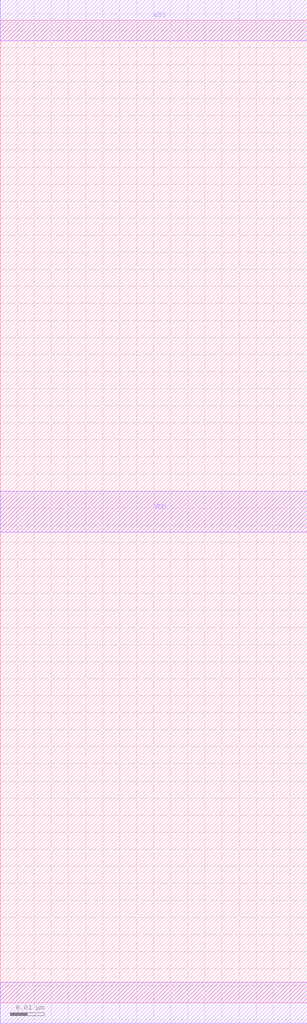
<source format=lef>
VERSION 5.8 ;
BUSBITCHARS "[]" ;
DIVIDERCHAR "/" ;
CLEARANCEMEASURE EUCLIDEAN ;
MACRO POWERTAP_2CPP_VDD_6T_3F_45CPP_24M0P_30M1P_24M2P_2MPO_ET_BPR
  CLASS CORE ;
  ORIGIN 0 0 ;
  FOREIGN POWERTAP_2CPP_VDD_6T_3F_45CPP_24M0P_30M1P_24M2P_2MPO_ET_BPR ;
  SIZE 0.090 BY 0.288 ;
  SYMMETRY X Y ;
  SITE coresite ;
  PIN VSS
    DIRECTION INOUT ;
    USE GROUND ;
    SHAPE ABUTMENT ;
    PORT
      LAYER M0 ;
        RECT 0.000 -0.006 0.090 0.006 ;
        RECT 0.000 0.282 0.090 0.294 ;
    END
  END VSS
  PIN VDD
    DIRECTION INOUT ;
    USE POWER ;
    SHAPE ABUTMENT ;
    PORT
      LAYER M0 ;
        RECT 0.000 0.138 0.090 0.150 ;
    END
  END VDD
END POWERTAP_2CPP_VDD_6T_3F_45CPP_24M0P_30M1P_24M2P_2MPO_ET_BPR

MACRO POWERTAP_2CPP_VSS_6T_3F_45CPP_24M0P_30M1P_24M2P_2MPO_ET_BPR
  CLASS CORE ;
  ORIGIN 0 0 ;
  FOREIGN POWERTAP_2CPP_VSS_6T_3F_45CPP_24M0P_30M1P_24M2P_2MPO_ET_BPR ;
  SIZE 0.090 BY 0.288 ;
  SYMMETRY X Y ;
  SITE coresite ;
  PIN VDD
    DIRECTION INOUT ;
    USE POWER ;
    SHAPE ABUTMENT ;
    PORT
      LAYER M0 ;
        RECT 0.000 -0.006 0.090 0.006 ;
        RECT 0.000 0.282 0.090 0.294 ;
    END
  END VDD
  PIN VSS
    DIRECTION INOUT ;
    USE GROUND ;
    SHAPE ABUTMENT ;
    PORT
      LAYER M0 ;
        RECT 0.000 0.138 0.090 0.150 ;
    END
  END VSS
END POWERTAP_2CPP_VSS_6T_3F_45CPP_24M0P_30M1P_24M2P_2MPO_ET_BPR

</source>
